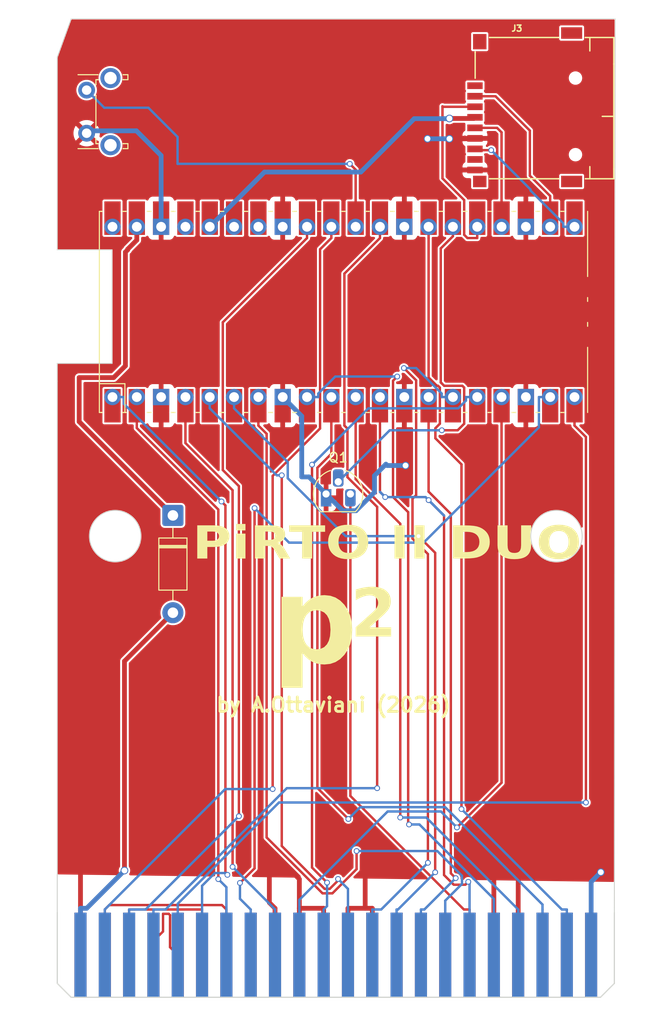
<source format=kicad_pcb>
(kicad_pcb (version 20241229) (generator "pcbnew") (generator_version "9.0")
  (title_block (title "PiRTO II Cart - \"Official Pico\" Edition") (date "2024-07-05") (rev "1git") (company "Andrea Ottaviani/SukkoPera") (comment 1 "https://github.com/SukkoPera/PiRTOII-OP") (comment 2 "Original project: https://github.com/aotta/PiRTOII"))
  (layers (0 "F.Cu" signal) (2 "B.Cu" signal) (5 "F.SilkS" user "F.Silkscreen") (7 "B.SilkS" user "B.Silkscreen") (1 "F.Mask" user) (3 "B.Mask" user) (25 "Edge.Cuts" user))
  (net 0 "")
  (net 1 "+5V")
  (net 2 "GND")
  (net 3 "~{msync'}")
  (net 4 "d7'")
  (net 5 "d8'")
  (net 6 "d6'")
  (net 7 "d9'")
  (net 8 "d5'")
  (net 9 "d10'")
  (net 10 "d4'")
  (net 11 "d11'")
  (net 12 "d3'")
  (net 13 "d12'")
  (net 14 "d13'")
  (net 15 "d2'")
  (net 16 "d14'")
  (net 17 "d1'")
  (net 18 "d0'")
  (net 19 "d15'")
  (net 20 "bdir'")
  (net 21 "bc2'")
  (net 22 "bc1'")
  (net 23 "Net-(CN1-BC1_IN)")
  (net 24 "Net-(D1-K)")
  (net 27 "Net-(CN1-BDIR_IN)")
  (net 30 "rst_inty'")
  (net 31 "Net-(CN1-BC2_IN)")
  (net 32 "reset_inty_out")
  (net 33 "~{RESET_PICO}")
  (net 34 "CS")
  (net 35 "MISO")
  (net 41 "SCK")
  (net 42 "MOSI")
  (net 46 "+3.3V")
  (footprint "Diode_THT:D_DO-41_SOD81_P10.16mm_Horizontal" (layer "F.Cu") (at 102.05 127.84 -90)
    (property "Reference" "D1" (hide yes))
    (property "Value" "1n5819" (hide yes))
  )
  (footprint "MCU_RaspberryPi_and_Boards:RPi_Pico_SMD_TH" (layer "F.Cu") (at 119.87 106.59 90)
    (property "Reference" "U1" (hide yes))
    (property "Value" "PICO" (hide yes))
  )
  (footprint "Package_TO_SOT_THT:TO-92L_HandSolder" (layer "F.Cu") (at 118.05 125.6)
    (property "Reference" "Q1")
    (property "Value" "BC547" (hide yes))
  )
  (footprint "Library:J_SD_Card-micro_socket_A" (layer "F.Cu") (at 140.624355 86.185032 -90)
    (property "Reference" "J3")
    (property "Value" "Micro_SD_Card" (hide yes))
  )
  (footprint "Button_Switch_THT:SW_Tactile_SPST_Angled_PTS645Vx83-2LFS" (layer "F.Cu") (at 93.04 87.93 90)
    (property "Reference" "SW1" (hide yes))
    (property "Value" "BTN_RESET_PICO" (hide yes))
  )
  (footprint "PiRTOII:Intellivision_Edge_Connector" (layer "F.Cu") (at 89.972 169.314)
    (property "Reference" "CN1" (hide yes))
    (property "Value" "EDGE_CONN" (hide yes))
    (fp_line (start 0 7.39) (end 0 0) (stroke (width 0.12)) (layer "Edge.Cuts"))
    (fp_line (start 0 7.39) (end 1.45 8.84) (stroke (width 0.12)) (layer "Edge.Cuts"))
    (fp_line (start 56.7414 8.84) (end 1.45 8.84) (stroke (width 0.12)) (layer "Edge.Cuts"))
    (fp_line (start 58.1914 7.39) (end 56.7414 8.84) (stroke (width 0.12)) (layer "Edge.Cuts"))
    (fp_line (start 58.1914 7.39) (end 58.1914 0) (stroke (width 0.12)) (layer "Edge.Cuts"))
  )
  (gr_line (start 89.972 80) (end 91.422 76) (stroke (width 0.1)) (layer "Edge.Cuts"))
  (gr_line (start 89.972 80) (end 89.972 100.1) (stroke (width 0.1)) (layer "Edge.Cuts"))
  (gr_line (start 148.1634 169.314) (end 148.24 76) (stroke (width 0.1)) (layer "Edge.Cuts"))
  (gr_circle (center 96.02066 130) (end 98.70896 130) (stroke (width 0.1)) (fill no) (layer "Edge.Cuts"))
  (gr_line (start 89.972 113.82) (end 89.972 169.314) (stroke (width 0.1)) (layer "Edge.Cuts"))
  (gr_line (start 89.972 100.1) (end 95.7 100.1) (stroke (width 0.1)) (layer "Edge.Cuts"))
  (gr_line (start 95.7 111.97) (end 89.97 111.97) (stroke (width 0.1)) (layer "Edge.Cuts"))
  (gr_line (start 89.97 111.97) (end 89.972 113.82) (stroke (width 0.1)) (layer "Edge.Cuts"))
  (gr_circle (center 142.11474 130) (end 144.80304 130) (stroke (width 0.1)) (fill no) (layer "Edge.Cuts"))
  (gr_line (start 95.7 100.1) (end 95.7 111.97) (stroke (width 0.1)) (layer "Edge.Cuts"))
  (gr_line (start 148.24 76) (end 91.422 76) (stroke (width 0.1)) (layer "Edge.Cuts"))
  (gr_text "PiRTO II DUO" (at 104.08 132.92 0) (layer "F.SilkS") (effects (font (size 3.4 4) (thickness 0.3) (bold yes)) (justify left bottom)))
  (gr_text "by A.Ottaviani (2026)" (at 106.42 148.5 0) (layer "F.SilkS") (effects (font (size 1.5 1.5) (thickness 0.3) (bold yes)) (justify left bottom)))
  (gr_text "2" (at 120.59 141.33 0) (layer "F.SilkS") (effects (font (size 5 5) (thickness 0.3) (bold yes)) (justify left bottom)))
  (gr_text "p" (at 112.34 144.76 0) (layer "F.SilkS") (effects (font (size 9 9) (thickness 0.3) (bold yes)) (justify left bottom)))
  (segment (start 102.05 138) (end 96.9911 143.0589) (width 0.5) (layer "F.Cu") (net 1))
  (segment (start 96.9911 143.0589) (end 96.9911 164.9143) (width 0.5) (layer "F.Cu") (net 1))
  (via (at 96.9911 164.9143) (size 0.8) (drill 0.6) (layers "F.Cu" "B.Cu") (net 1))
  (segment (start 96.9911 164.9143) (end 93.0431 168.8623) (width 0.5) (layer "B.Cu") (net 1))
  (segment (start 93.0431 168.8623) (end 92.3977 168.8623) (width 0.5) (layer "B.Cu") (net 1))
  (segment (start 92.3977 173.734) (end 92.3977 168.8623) (width 0.5) (layer "B.Cu") (net 1))
  (segment (start 135.5777 165.3806) (end 135.5777 173.734) (width 0.5) (layer "F.Cu") (net 2))
  (segment (start 112.1251 168.2697) (end 112.7177 168.8623) (width 0.5) (layer "F.Cu") (net 2))
  (segment (start 131.38 91.77) (end 133.6025 91.77) (width 0.5) (layer "F.Cu") (net 2))
  (segment (start 112.7177 173.734) (end 112.7177 168.8623) (width 0.5) (layer "F.Cu") (net 2))
  (segment (start 126.35 122.63) (end 126.35 122.61) (width 0.5) (layer "F.Cu") (net 2))
  (segment (start 130.935 88.51) (end 133.5625 88.51) (width 0.5) (layer "F.Cu") (net 2))
  (segment (start 92.3977 163.9703) (end 92.3977 173.734) (width 0.5) (layer "F.Cu") (net 2))
  (segment (start 115.2577 165.8124) (end 115.2577 168.8623) (width 0.5) (layer "F.Cu") (net 2))
  (segment (start 122.1347 168.8623) (end 120.3377 168.8623) (width 0.5) (layer "F.Cu") (net 2))
  (segment (start 115.2577 173.734) (end 115.2577 168.8623) (width 0.5) (layer "F.Cu") (net 2))
  (segment (start 91.8939 163.4665) (end 92.3977 163.9703) (width 0.5) (layer "F.Cu") (net 2))
  (segment (start 138.1177 164.5818) (end 138.1177 173.734) (width 0.5) (layer "F.Cu") (net 2))
  (segment (start 117.7977 168.8623) (end 115.2577 168.8623) (width 0.5) (layer "F.Cu") (net 2))
  (segment (start 117.7977 173.734) (end 117.7977 168.8623) (width 0.5) (layer "F.Cu") (net 2))
  (segment (start 131.28 91.67) (end 131.38 91.77) (width 0.5) (layer "F.Cu") (net 2))
  (segment (start 126.35 122.61) (end 126.22 122.48) (width 0.5) (layer "F.Cu") (net 2))
  (segment (start 130.935 88.51) (end 131.05 88.625) (width 0.5) (layer "F.Cu") (net 2))
  (segment (start 126.22 97.7) (end 126.22 91.05) (width 0.5) (layer "F.Cu") (net 2))
  (segment (start 126.22 91.05) (end 128.65 88.62) (width 0.5) (layer "F.Cu") (net 2))
  (segment (start 120.3377 173.734) (end 120.3377 168.8623) (width 0.5) (layer "F.Cu") (net 2))
  (segment (start 112.1251 165.6163) (end 112.1251 168.2697) (width 0.5) (layer "F.Cu") (net 2))
  (segment (start 132.440013 88.51) (end 132.530045 88.419968) (width 0.5) (layer "F.Cu") (net 2))
  (segment (start 114.2939 164.8486) (end 115.2577 165.8124) (width 0.5) (layer "F.Cu") (net 2))
  (segment (start 126.22 122.48) (end 126.22 115.48) (width 0.5) (layer "F.Cu") (net 2))
  (segment (start 122.1347 168.8623) (end 122.1347 164.8532) (width 0.5) (layer "F.Cu") (net 2))
  (segment (start 128.65 88.62) (end 128.65 88.51) (width 0.5) (layer "F.Cu") (net 2))
  (segment (start 131.05 91.67) (end 131.28 91.67) (width 0.5) (layer "F.Cu") (net 2))
  (segment (start 133.5625 88.51) (end 133.6025 88.47) (width 0.5) (layer "F.Cu") (net 2))
  (segment (start 122.8777 173.734) (end 122.8777 168.8623) (width 0.5) (layer "F.Cu") (net 2))
  (segment (start 131.05 88.625) (end 131.05 91.67) (width 0.5) (layer "F.Cu") (net 2))
  (segment (start 122.8777 168.8623) (end 122.1347 168.8623) (width 0.5) (layer "F.Cu") (net 2))
  (segment (start 138.9081 163.7914) (end 138.1177 164.5818) (width 0.5) (layer "F.Cu") (net 2))
  (via (at 126.35 122.63) (size 0.8) (drill 0.6) (layers "F.Cu" "B.Cu") (net 2))
  (via (at 128.65 88.51) (size 0.8) (drill 0.6) (layers "F.Cu" "B.Cu") (net 2))
  (via (at 146.7487 165.0942) (size 0.8) (drill 0.6) (layers "F.Cu" "B.Cu") (net 2))
  (via (at 130.935 88.51) (size 0.8) (drill 0.6) (layers "F.Cu" "B.Cu") (net 2))
  (segment (start 115.51 117.47) (end 115.51 123.82) (width 0.5) (layer "B.Cu") (net 2))
  (segment (start 121.173338 127.351) (end 123.104 125.420338) (width 0.5) (layer "B.Cu") (net 2))
  (segment (start 118.05 125.6) (end 119.801 127.351) (width 0.5) (layer "B.Cu") (net 2))
  (segment (start 100.82 97.7) (end 100.82 90.26) (width 0.5) (layer "B.Cu") (net 2))
  (segment (start 124.3 122.49) (end 124.44 122.63) (width 0.5) (layer "B.Cu") (net 2))
  (segment (start 123.104 125.420338) (end 123.104 123.686) (width 0.5) (layer "B.Cu") (net 2))
  (segment (start 145.7377 166.1052) (end 145.7377 173.734) (width 0.5) (layer "B.Cu") (net 2))
  (segment (start 123.104 123.686) (end 124.3 122.49) (width 0.5) (layer "B.Cu") (net 2))
  (segment (start 119.801 127.351) (end 121.173338 127.351) (width 0.5) (layer "B.Cu") (net 2))
  (segment (start 116.27 123.82) (end 118.05 125.6) (width 0.5) (layer "B.Cu") (net 2))
  (segment (start 98.239 87.679) (end 93.291 87.679) (width 0.5) (layer "B.Cu") (net 2))
  (segment (start 124.44 122.63) (end 126.35 122.63) (width 0.5) (layer "B.Cu") (net 2))
  (segment (start 93.291 87.679) (end 93.04 87.93) (width 0.5) (layer "B.Cu") (net 2))
  (segment (start 115.51 123.82) (end 116.27 123.82) (width 0.5) (layer "B.Cu") (net 2))
  (segment (start 100.82 90.26) (end 98.239 87.679) (width 0.5) (layer "B.Cu") (net 2))
  (segment (start 146.7487 165.0942) (end 145.7377 166.1052) (width 0.5) (layer "B.Cu") (net 2))
  (segment (start 113.52 115.48) (end 115.51 117.47) (width 0.5) (layer "B.Cu") (net 2))
  (segment (start 128.65 88.51) (end 130.935 88.51) (width 0.5) (layer "B.Cu") (net 2))
  (segment (start 129.9367 114.4946) (end 129.7454 114.3033) (width 0.25) (layer "F.Cu") (net 3))
  (segment (start 132.1945 158.5032) (end 132.1945 122.5098) (width 0.25) (layer "F.Cu") (net 3))
  (segment (start 129.7454 114.3033) (end 129.6284 114.3033) (width 0.25) (layer "F.Cu") (net 3))
  (segment (start 129.9367 118.2654) (end 129.9367 114.4946) (width 0.25) (layer "F.Cu") (net 3))
  (segment (start 128.76 113.4349) (end 128.76 98.8767) (width 0.25) (layer "F.Cu") (net 3))
  (segment (start 129.4695 119.7848) (end 129.4695 118.7326) (width 0.25) (layer "F.Cu") (net 3))
  (segment (start 128.76 97.7) (end 128.76 98.8767) (width 0.25) (layer "F.Cu") (net 3))
  (segment (start 129.4695 118.7326) (end 129.9367 118.2654) (width 0.25) (layer "F.Cu") (net 3))
  (segment (start 132.1945 122.5098) (end 129.4695 119.7848) (width 0.25) (layer "F.Cu") (net 3))
  (segment (start 129.6284 114.3033) (end 128.76 113.4349) (width 0.25) (layer "F.Cu") (net 3))
  (via (at 132.1945 158.5032) (size 0.6) (drill 0.4) (layers "F.Cu" "B.Cu") (net 3))
  (segment (start 143.1977 168.9873) (end 142.6786 168.9873) (width 0.25) (layer "B.Cu") (net 3))
  (segment (start 143.1977 173.734) (end 143.1977 168.9873) (width 0.25) (layer "B.Cu") (net 3))
  (segment (start 142.6786 168.9873) (end 132.1945 158.5032) (width 0.25) (layer "B.Cu") (net 3))
  (segment (start 117.1426 156.2988) (end 117.1426 122.8646) (width 0.25) (layer "F.Cu") (net 4))
  (segment (start 117.1426 122.8646) (end 118.6 121.4072) (width 0.25) (layer "F.Cu") (net 4))
  (segment (start 120.3783 159.5345) (end 117.1426 156.2988) (width 0.25) (layer "F.Cu") (net 4))
  (segment (start 118.6 121.4072) (end 118.6 115.48) (width 0.25) (layer "F.Cu") (net 4))
  (via (at 120.3783 159.5345) (size 0.6) (drill 0.4) (layers "F.Cu" "B.Cu") (net 4))
  (segment (start 121.6104 158.3024) (end 130.4883 158.3024) (width 0.25) (layer "B.Cu") (net 4))
  (segment (start 130.4883 158.3024) (end 140.6577 168.4718) (width 0.25) (layer "B.Cu") (net 4))
  (segment (start 140.6577 173.734) (end 140.6577 168.9873) (width 0.25) (layer "B.Cu") (net 4))
  (segment (start 140.6577 168.4718) (end 140.6577 168.9873) (width 0.25) (layer "B.Cu") (net 4))
  (segment (start 120.3783 159.5345) (end 121.6104 158.3024) (width 0.25) (layer "B.Cu") (net 4))
  (segment (start 125.7997 159.385) (end 125.7997 128.7108) (width 0.25) (layer "F.Cu") (net 5))
  (segment (start 121.14 124.0511) (end 121.14 115.48) (width 0.25) (layer "F.Cu") (net 5))
  (segment (start 125.7997 128.7108) (end 121.14 124.0511) (width 0.25) (layer "F.Cu") (net 5))
  (via (at 125.7997 159.385) (size 0.6) (drill 0.4) (layers "F.Cu" "B.Cu") (net 5))
  (segment (start 138.1177 168.9873) (end 128.5154 159.385) (width 0.25) (layer "B.Cu") (net 5))
  (segment (start 138.1177 173.734) (end 138.1177 168.9873) (width 0.25) (layer "B.Cu") (net 5))
  (segment (start 128.5154 159.385) (end 125.7997 159.385) (width 0.25) (layer "B.Cu") (net 5))
  (segment (start 125.4825 113.3357) (end 125.0433 113.7749) (width 0.25) (layer "F.Cu") (net 6))
  (segment (start 125.0433 125.9155) (end 126.6269 127.4991) (width 0.25) (layer "F.Cu") (net 6))
  (segment (start 126.6269 160.0193) (end 126.7164 160.1088) (width 0.25) (layer "F.Cu") (net 6))
  (segment (start 126.6269 127.4991) (end 126.6269 160.0193) (width 0.25) (layer "F.Cu") (net 6))
  (segment (start 125.0433 113.7749) (end 125.0433 125.9155) (width 0.25) (layer "F.Cu") (net 6))
  (via (at 125.4825 113.3357) (size 0.6) (drill 0.4) (layers "F.Cu" "B.Cu") (net 6))
  (via (at 126.7164 160.1088) (size 0.6) (drill 0.4) (layers "F.Cu" "B.Cu") (net 6))
  (segment (start 127.8019 160.1088) (end 126.7164 160.1088) (width 0.25) (layer "B.Cu") (net 6))
  (segment (start 116.06 115.48) (end 117.2367 115.48) (width 0.25) (layer "B.Cu") (net 6))
  (segment (start 117.2367 115.1123) (end 117.2367 115.48) (width 0.25) (layer "B.Cu") (net 6))
  (segment (start 119.0133 113.3357) (end 117.2367 115.1123) (width 0.25) (layer "B.Cu") (net 6))
  (segment (start 135.5777 173.734) (end 135.5777 167.8846) (width 0.25) (layer "B.Cu") (net 6))
  (segment (start 125.4825 113.3357) (end 119.0133 113.3357) (width 0.25) (layer "B.Cu") (net 6))
  (segment (start 135.5777 167.8846) (end 127.8019 160.1088) (width 0.25) (layer "B.Cu") (net 6))
  (segment (start 123.68 125.3788) (end 124.2254 125.9242) (width 0.25) (layer "F.Cu") (net 7))
  (segment (start 128.7619 126.245) (end 130.3737 127.8568) (width 0.25) (layer "F.Cu") (net 7))
  (segment (start 130.3737 165.3872) (end 131.3854 166.3989) (width 0.25) (layer "F.Cu") (net 7))
  (segment (start 128.7619 126.245) (end 130.3737 127.8568) (width 0.25) (layer "F.Cu") (net 7))
  (segment (start 124.2254 125.9242) (end 123.68 125.3788) (width 0.25) (layer "F.Cu") (net 7))
  (segment (start 131.3854 166.3989) (end 132.6025 166.3989) (width 0.25) (layer "F.Cu") (net 7))
  (segment (start 130.3737 127.8568) (end 128.7619 126.245) (width 0.25) (layer "F.Cu") (net 7))
  (segment (start 124.2254 125.9242) (end 123.68 125.3788) (width 0.25) (layer "F.Cu") (net 7))
  (segment (start 130.3737 127.8568) (end 130.3737 165.3872) (width 0.25) (layer "F.Cu") (net 7))
  (segment (start 132.6025 166.3989) (end 132.9041 166.0973) (width 0.25) (layer "F.Cu") (net 7))
  (segment (start 123.68 125.3788) (end 123.68 115.48) (width 0.25) (layer "F.Cu") (net 7))
  (via (at 128.7619 126.245) (size 0.6) (drill 0.4) (layers "F.Cu" "B.Cu") (net 7))
  (via (at 124.2254 125.9242) (size 0.6) (drill 0.4) (layers "F.Cu" "B.Cu") (net 7))
  (via (at 132.9041 166.0973) (size 0.6) (drill 0.4) (layers "F.Cu" "B.Cu") (net 7))
  (segment (start 130.3737 127.8568) (end 128.7619 126.245) (width 0.25) (layer "B.Cu") (net 7))
  (segment (start 133.0377 166.2308) (end 133.0377 173.734) (width 0.25) (layer "B.Cu") (net 7))
  (segment (start 132.9041 166.0973) (end 133.0376 166.2308) (width 0.25) (layer "B.Cu") (net 7))
  (segment (start 128.4411 125.9242) (end 124.2254 125.9242) (width 0.25) (layer "B.Cu") (net 7))
  (segment (start 128.7619 126.245) (end 130.3737 127.8568) (width 0.25) (layer "B.Cu") (net 7))
  (segment (start 123.68 125.3788) (end 124.2254 125.9242) (width 0.25) (layer "B.Cu") (net 7))
  (segment (start 133.0376 166.2308) (end 133.0377 166.2308) (width 0.25) (layer "B.Cu") (net 7))
  (segment (start 128.7619 126.245) (end 128.4411 125.9242) (width 0.25) (layer "B.Cu") (net 7))
  (segment (start 124.2254 125.9242) (end 123.68 125.3788) (width 0.25) (layer "B.Cu") (net 7))
  (segment (start 118.7118 167.3) (end 121.2387 164.7731) (width 0.25) (layer "F.Cu") (net 8))
  (segment (start 111.8414 119.3181) (end 111.8414 161.4624) (width 0.25) (layer "F.Cu") (net 8))
  (segment (start 111.8414 161.4624) (end 117.679 167.3) (width 0.25) (layer "F.Cu") (net 8))
  (segment (start 110.98 118.4567) (end 111.8414 119.3181) (width 0.25) (layer "F.Cu") (net 8))
  (segment (start 110.98 115.48) (end 110.98 118.4567) (width 0.25) (layer "F.Cu") (net 8))
  (segment (start 117.679 167.3) (end 118.7118 167.3) (width 0.25) (layer "F.Cu") (net 8))
  (segment (start 121.2387 164.7731) (end 121.2387 162.8831) (width 0.25) (layer "F.Cu") (net 8))
  (via (at 121.2387 162.8831) (size 0.6) (drill 0.4) (layers "F.Cu" "B.Cu") (net 8))
  (segment (start 130.4977 168.0649) (end 130.4977 173.734) (width 0.25) (layer "B.Cu") (net 8))
  (segment (start 132.2466 165.4605) (end 132.2466 166.316) (width 0.25) (layer "B.Cu") (net 8))
  (segment (start 129.6692 162.8831) (end 132.2466 165.4605) (width 0.25) (layer "B.Cu") (net 8))
  (segment (start 132.2466 166.316) (end 130.4977 168.0649) (width 0.25) (layer "B.Cu") (net 8))
  (segment (start 121.2387 162.8831) (end 129.6692 162.8831) (width 0.25) (layer "B.Cu") (net 8))
  (segment (start 128.76 125.3568) (end 128.76 115.48) (width 0.25) (layer "F.Cu") (net 9))
  (segment (start 131.5879 165.7149) (end 131.0804 165.2074) (width 0.25) (layer "F.Cu") (net 9))
  (segment (start 131.0804 165.2074) (end 131.0804 127.6772) (width 0.25) (layer "F.Cu") (net 9))
  (segment (start 131.0804 127.6772) (end 128.76 125.3568) (width 0.25) (layer "F.Cu") (net 9))
  (via (at 131.5879 165.7149) (size 0.6) (drill 0.4) (layers "F.Cu" "B.Cu") (net 9))
  (segment (start 127.9577 168.9873) (end 128.3155 168.9873) (width 0.25) (layer "B.Cu") (net 9))
  (segment (start 127.9577 173.734) (end 127.9577 168.9873) (width 0.25) (layer "B.Cu") (net 9))
  (segment (start 128.3155 168.9873) (end 131.5879 165.7149) (width 0.25) (layer "B.Cu") (net 9))
  (segment (start 129.4484 131.7445) (end 129.4484 165.1019) (width 0.25) (layer "F.Cu") (net 10))
  (segment (start 127.7053 130.0014) (end 129.4484 131.7445) (width 0.25) (layer "F.Cu") (net 10))
  (via (at 129.4484 165.1019) (size 0.6) (drill 0.4) (layers "F.Cu" "B.Cu") (net 10))
  (via (at 127.7053 130.0014) (size 0.6) (drill 0.4) (layers "F.Cu" "B.Cu") (net 10))
  (segment (start 108.44 115.48) (end 108.44 116.6567) (width 0.25) (layer "B.Cu") (net 10))
  (segment (start 125.4177 173.734) (end 125.4177 168.9873) (width 0.25) (layer "B.Cu") (net 10))
  (segment (start 129.4484 165.1019) (end 125.563 168.9873) (width 0.25) (layer "B.Cu") (net 10))
  (segment (start 114.0474 122.2641) (end 108.44 116.6567) (width 0.25) (layer "B.Cu") (net 10))
  (segment (start 120.0942 130.0014) (end 114.0474 123.9546) (width 0.25) (layer "B.Cu") (net 10))
  (segment (start 125.563 168.9873) (end 125.4177 168.9873) (width 0.25) (layer "B.Cu") (net 10))
  (segment (start 127.7053 130.0014) (end 120.0942 130.0014) (width 0.25) (layer "B.Cu") (net 10))
  (segment (start 114.0474 123.9546) (end 114.0474 122.2641) (width 0.25) (layer "B.Cu") (net 10))
  (segment (start 127.0786 130.2609) (end 128.6876 131.8699) (width 0.25) (layer "F.Cu") (net 11))
  (segment (start 128.6876 131.8699) (end 128.6876 164.1069) (width 0.25) (layer "F.Cu") (net 11))
  (segment (start 126.1828 112.455) (end 127.4602 113.7324) (width 0.25) (layer "F.Cu") (net 11))
  (segment (start 127.4602 113.7324) (end 127.4602 125.7183) (width 0.25) (layer "F.Cu") (net 11))
  (segment (start 127.4602 125.7183) (end 127.0786 126.0999) (width 0.25) (layer "F.Cu") (net 11))
  (segment (start 127.0786 126.0999) (end 127.0786 130.2609) (width 0.25) (layer "F.Cu") (net 11))
  (via (at 128.6876 164.1069) (size 0.6) (drill 0.4) (layers "F.Cu" "B.Cu") (net 11))
  (via (at 126.1828 112.455) (size 0.6) (drill 0.4) (layers "F.Cu" "B.Cu") (net 11))
  (segment (start 127.466 112.455) (end 126.1828 112.455) (width 0.25) (layer "B.Cu") (net 11))
  (segment (start 122.8777 173.734) (end 122.8777 168.9873) (width 0.25) (layer "B.Cu") (net 11))
  (segment (start 128.6876 164.1069) (end 123.8072 168.9873) (width 0.25) (layer "B.Cu") (net 11))
  (segment (start 123.8072 168.9873) (end 122.8777 168.9873) (width 0.25) (layer "B.Cu") (net 11))
  (segment (start 131.3 115.48) (end 130.1233 115.48) (width 0.25) (layer "B.Cu") (net 11))
  (segment (start 130.1233 115.48) (end 130.1233 115.1123) (width 0.25) (layer "B.Cu") (net 11))
  (segment (start 130.1233 115.1123) (end 127.466 112.455) (width 0.25) (layer "B.Cu") (net 11))
  (segment (start 119.3033 165.9582) (end 118.4317 166.8298) (width 0.25) (layer "F.Cu") (net 12))
  (segment (start 113.4207 162.3545) (end 113.4207 123.6486) (width 0.25) (layer "F.Cu") (net 12))
  (segment (start 118.4317 166.8298) (end 117.896 166.8298) (width 0.25) (layer "F.Cu") (net 12))
  (segment (start 117.896 166.8298) (end 113.4207 162.3545) (width 0.25) (layer "F.Cu") (net 12))
  (segment (start 119.3033 165.8012) (end 119.3033 165.9582) (width 0.25) (layer "F.Cu") (net 12))
  (via (at 113.4207 123.6486) (size 0.6) (drill 0.4) (layers "F.Cu" "B.Cu") (net 12))
  (via (at 119.3033 165.8012) (size 0.6) (drill 0.4) (layers "F.Cu" "B.Cu") (net 12))
  (segment (start 120.3377 173.734) (end 120.3377 166.8356) (width 0.25) (layer "B.Cu") (net 12))
  (segment (start 105.9 115.48) (end 105.9 116.6567) (width 0.25) (layer "B.Cu") (net 12))
  (segment (start 112.8919 123.6486) (end 105.9 116.6567) (width 0.25) (layer "B.Cu") (net 12))
  (segment (start 113.4207 123.6486) (end 112.8919 123.6486) (width 0.25) (layer "B.Cu") (net 12))
  (segment (start 120.3377 166.8356) (end 119.3033 165.8012) (width 0.25) (layer "B.Cu") (net 12))
  (segment (start 116.583 164.6078) (end 116.583 122.5379) (width 0.25) (layer "F.Cu") (net 13))
  (segment (start 118.1536 166.1784) (end 116.583 164.6078) (width 0.25) (layer "F.Cu") (net 13))
  (via (at 116.583 122.5379) (size 0.6) (drill 0.4) (layers "F.Cu" "B.Cu") (net 13))
  (via (at 118.1536 166.1784) (size 0.6) (drill 0.4) (layers "F.Cu" "B.Cu") (net 13))
  (segment (start 122.4642 116.6567) (end 116.583 122.5379) (width 0.25) (layer "B.Cu") (net 13))
  (segment (start 117.7977 173.734) (end 117.7977 168.9873) (width 0.25) (layer "B.Cu") (net 13))
  (segment (start 118.1536 166.1784) (end 118.1536 168.6314) (width 0.25) (layer "B.Cu") (net 13))
  (segment (start 132.6633 115.8478) (end 131.8544 116.6567) (width 0.25) (layer "B.Cu") (net 13))
  (segment (start 133.84 115.48) (end 132.6633 115.48) (width 0.25) (layer "B.Cu") (net 13))
  (segment (start 132.6633 115.48) (end 132.6633 115.8478) (width 0.25) (layer "B.Cu") (net 13))
  (segment (start 118.1536 168.6314) (end 117.7977 168.9873) (width 0.25) (layer "B.Cu") (net 13))
  (segment (start 131.8544 116.6567) (end 122.4642 116.6567) (width 0.25) (layer "B.Cu") (net 13))
  (segment (start 131.715 160.4176) (end 136.38 155.7526) (width 0.25) (layer "F.Cu") (net 14))
  (segment (start 136.38 155.7526) (end 136.38 115.48) (width 0.25) (layer "F.Cu") (net 14))
  (via (at 131.715 160.4176) (size 0.6) (drill 0.4) (layers "F.Cu" "B.Cu") (net 14))
  (segment (start 115.2577 173.734) (end 115.2577 168.9873) (width 0.25) (layer "B.Cu") (net 14))
  (segment (start 130.0515 158.7541) (end 124.4815 158.7541) (width 0.25) (layer "B.Cu") (net 14))
  (segment (start 124.4815 158.7541) (end 115.2577 167.9779) (width 0.25) (layer "B.Cu") (net 14))
  (segment (start 131.715 160.4176) (end 130.0515 158.7541) (width 0.25) (layer "B.Cu") (net 14))
  (segment (start 115.2577 167.9779) (end 115.2577 168.9873) (width 0.25) (layer "B.Cu") (net 14))
  (segment (start 108.2846 164.533) (end 108.2846 125.2064) (width 0.25) (layer "F.Cu") (net 15))
  (segment (start 108.2846 125.2064) (end 103.36 120.2818) (width 0.25) (layer "F.Cu") (net 15))
  (segment (start 103.36 120.2818) (end 103.36 115.48) (width 0.25) (layer "F.Cu") (net 15))
  (via (at 108.2846 164.533) (size 0.6) (drill 0.4) (layers "F.Cu" "B.Cu") (net 15))
  (segment (start 112.7177 173.734) (end 112.7177 168.9661) (width 0.25) (layer "B.Cu") (net 15))
  (segment (start 112.7177 168.9661) (end 108.2846 164.533) (width 0.25) (layer "B.Cu") (net 15))
  (segment (start 110.5805 164.689) (end 109.0548 166.2147) (width 0.25) (layer "F.Cu") (net 16))
  (segment (start 110.5805 127.077) (end 110.5805 164.689) (width 0.25) (layer "F.Cu") (net 16))
  (via (at 109.0548 166.2147) (size 0.6) (drill 0.4) (layers "F.Cu" "B.Cu") (net 16))
  (via (at 110.5805 127.077) (size 0.6) (drill 0.4) (layers "F.Cu" "B.Cu") (net 16))
  (segment (start 128.2436 130.6802) (end 140.2833 118.6405) (width 0.25) (layer "B.Cu") (net 16))
  (segment (start 110.5805 127.077) (end 114.1837 130.6802) (width 0.25) (layer "B.Cu") (net 16))
  (segment (start 110.1777 173.734) (end 110.1777 168.9873) (width 0.25) (layer "B.Cu") (net 16))
  (segment (start 114.1837 130.6802) (end 128.2436 130.6802) (width 0.25) (layer "B.Cu") (net 16))
  (segment (start 109.0548 166.2147) (end 109.0548 167.8644) (width 0.25) (layer "B.Cu") (net 16))
  (segment (start 109.0548 167.8644) (end 110.1777 168.9873) (width 0.25) (layer "B.Cu") (net 16))
  (segment (start 140.2833 118.6405) (end 140.2833 115.48) (width 0.25) (layer "B.Cu") (net 16))
  (segment (start 141.46 115.48) (end 140.2833 115.48) (width 0.25) (layer "B.Cu") (net 16))
  (segment (start 98.28 118.7115) (end 98.28 115.48) (width 0.25) (layer "F.Cu") (net 17))
  (segment (start 106.7944 165.8184) (end 106.7944 127.2259) (width 0.25) (layer "F.Cu") (net 17))
  (segment (start 106.7944 127.2259) (end 98.28 118.7115) (width 0.25) (layer "F.Cu") (net 17))
  (via (at 106.7944 165.8184) (size 0.6) (drill 0.4) (layers "F.Cu" "B.Cu") (net 17))
  (segment (start 107.6377 173.734) (end 107.6377 166.6617) (width 0.25) (layer "B.Cu") (net 17))
  (segment (start 107.6377 166.6617) (end 106.7944 165.8184) (width 0.25) (layer "B.Cu") (net 17))
  (segment (start 107.1271 126.3853) (end 107.536 126.7942) (width 0.25) (layer "F.Cu") (net 18))
  (segment (start 107.536 165.1582) (end 107.7447 165.3669) (width 0.25) (layer "F.Cu") (net 18))
  (segment (start 107.536 126.7942) (end 107.536 165.1582) (width 0.25) (layer "F.Cu") (net 18))
  (via (at 107.7447 165.3669) (size 0.6) (drill 0.4) (layers "F.Cu" "B.Cu") (net 18))
  (via (at 107.1271 126.3853) (size 0.6) (drill 0.4) (layers "F.Cu" "B.Cu") (net 18))
  (segment (start 107.5567 165.1789) (end 106.4297 165.1789) (width 0.25) (layer "B.Cu") (net 18))
  (segment (start 96.9167 116.1749) (end 107.1271 126.3853) (width 0.25) (layer "B.Cu") (net 18))
  (segment (start 105.0977 166.5109) (end 105.0977 168.9873) (width 0.25) (layer "B.Cu") (net 18))
  (segment (start 96.9167 115.48) (end 96.9167 116.1749) (width 0.25) (layer "B.Cu") (net 18))
  (segment (start 105.0977 173.734) (end 105.0977 168.9873) (width 0.25) (layer "B.Cu") (net 18))
  (segment (start 106.4297 165.1789) (end 105.0977 166.5109) (width 0.25) (layer "B.Cu") (net 18))
  (segment (start 107.7447 165.3669) (end 107.5567 165.1789) (width 0.25) (layer "B.Cu") (net 18))
  (segment (start 95.74 115.48) (end 96.9167 115.48) (width 0.25) (layer "B.Cu") (net 18))
  (segment (start 145.1927 119.6494) (end 145.1927 157.8148) (width 0.25) (layer "F.Cu") (net 19))
  (segment (start 144 115.48) (end 144 118.4567) (width 0.25) (layer "F.Cu") (net 19))
  (segment (start 144 118.4567) (end 145.1927 119.6494) (width 0.25) (layer "F.Cu") (net 19))
  (via (at 145.1927 157.8148) (size 0.6) (drill 0.4) (layers "F.Cu" "B.Cu") (net 19))
  (segment (start 102.5577 168.3879) (end 113.1308 157.8148) (width 0.25) (layer "B.Cu") (net 19))
  (segment (start 102.5577 168.9873) (end 102.5577 168.3879) (width 0.25) (layer "B.Cu") (net 19))
  (segment (start 113.1308 157.8148) (end 145.1927 157.8148) (width 0.25) (layer "B.Cu") (net 19))
  (segment (start 102.5577 173.734) (end 102.5577 168.9873) (width 0.25) (layer "B.Cu") (net 19))
  (segment (start 123.68 98.8767) (end 119.9633 102.5934) (width 0.25) (layer "F.Cu") (net 20))
  (segment (start 123.3859 126.948) (end 123.3859 156.321) (width 0.25) (layer "F.Cu") (net 20))
  (segment (start 119.9633 118.4537) (end 120.2838 118.7742) (width 0.25) (layer "F.Cu") (net 20))
  (segment (start 119.9633 102.5934) (end 119.9633 118.4537) (width 0.25) (layer "F.Cu") (net 20))
  (segment (start 123.68 97.7) (end 123.68 98.8767) (width 0.25) (layer "F.Cu") (net 20))
  (segment (start 120.2838 118.7742) (end 120.2838 123.8459) (width 0.25) (layer "F.Cu") (net 20))
  (segment (start 120.2838 123.8459) (end 123.3859 126.948) (width 0.25) (layer "F.Cu") (net 20))
  (via (at 123.3859 156.321) (size 0.6) (drill 0.4) (layers "F.Cu" "B.Cu") (net 20))
  (segment (start 100.0177 173.734) (end 100.0177 168.9873) (width 0.25) (layer "B.Cu") (net 20))
  (segment (start 113.9479 156.321) (end 101.2816 168.9873) (width 0.25) (layer "B.Cu") (net 20))
  (segment (start 101.2816 168.9873) (end 100.0177 168.9873) (width 0.25) (layer "B.Cu") (net 20))
  (segment (start 123.3859 156.321) (end 113.9479 156.321) (width 0.25) (layer "B.Cu") (net 20))
  (segment (start 116.06 97.7) (end 116.06 98.8767) (width 0.25) (layer "F.Cu") (net 21))
  (segment (start 107.2633 123.0997) (end 108.9447 124.7811) (width 0.25) (layer "F.Cu") (net 21))
  (segment (start 107.2633 107.6734) (end 107.2633 123.0997) (width 0.25) (layer "F.Cu") (net 21))
  (segment (start 116.06 98.8767) (end 107.2633 107.6734) (width 0.25) (layer "F.Cu") (net 21))
  (segment (start 108.9447 124.7811) (end 108.9447 159.2433) (width 0.25) (layer "F.Cu") (net 21))
  (via (at 108.9447 159.2433) (size 0.6) (drill 0.4) (layers "F.Cu" "B.Cu") (net 21))
  (segment (start 99.2007 168.9873) (end 97.4777 168.9873) (width 0.25) (layer "B.Cu") (net 21))
  (segment (start 97.4777 173.734) (end 97.4777 168.9873) (width 0.25) (layer "B.Cu") (net 21))
  (segment (start 108.9447 159.2433) (end 99.2007 168.9873) (width 0.25) (layer "B.Cu") (net 21))
  (segment (start 118.6 97.7) (end 118.6 98.8767) (width 0.25) (layer "F.Cu") (net 22))
  (segment (start 117.4233 100.0534) (end 117.4233 118.7598) (width 0.25) (layer "F.Cu") (net 22))
  (segment (start 117.4233 118.7598) (end 112.4712 123.7119) (width 0.25) (layer "F.Cu") (net 22))
  (segment (start 118.6 98.8767) (end 117.4233 100.0534) (width 0.25) (layer "F.Cu") (net 22))
  (segment (start 112.4712 123.7119) (end 112.4712 156.4111) (width 0.25) (layer "F.Cu") (net 22))
  (via (at 112.4712 156.4111) (size 0.6) (drill 0.4) (layers "F.Cu" "B.Cu") (net 22))
  (segment (start 94.9377 168.9873) (end 107.5139 156.4111) (width 0.25) (layer "B.Cu") (net 22))
  (segment (start 107.5139 156.4111) (end 112.4712 156.4111) (width 0.25) (layer "B.Cu") (net 22))
  (segment (start 94.9377 173.734) (end 94.9377 168.9873) (width 0.25) (layer "B.Cu") (net 22))
  (segment (start 107.1757 168.5253) (end 107.6377 168.9873) (width 0.25) (layer "F.Cu") (net 23))
  (segment (start 107.6377 173.734) (end 107.6377 168.9873) (width 0.25) (layer "F.Cu") (net 23))
  (segment (start 94.9377 168.9873) (end 95.3997 168.5253) (width 0.25) (layer "F.Cu") (net 23))
  (segment (start 94.9377 173.734) (end 94.9377 168.9873) (width 0.25) (layer "F.Cu") (net 23))
  (segment (start 95.3997 168.5253) (end 107.1757 168.5253) (width 0.25) (layer "F.Cu") (net 23))
  (segment (start 97.09 100.34) (end 97.33 100.1) (width 0.5) (layer "F.Cu") (net 24))
  (segment (start 95.86 113.45) (end 97.09 112.22) (width 0.5) (layer "F.Cu") (net 24))
  (segment (start 97.33 100.1) (end 97.33 100.04) (width 0.5) (layer "F.Cu") (net 24))
  (segment (start 97.33 100.04) (end 98.28 99.09) (width 0.5) (layer "F.Cu") (net 24))
  (segment (start 102.05 127.84) (end 92.26 118.05) (width 0.5) (layer "F.Cu") (net 24))
  (segment (start 97.09 112.22) (end 97.09 100.34) (width 0.5) (layer "F.Cu") (net 24))
  (segment (start 92.26 113.45) (end 95.86 113.45) (width 0.5) (layer "F.Cu") (net 24))
  (segment (start 92.26 118.05) (end 92.26 113.45) (width 0.5) (layer "F.Cu") (net 24))
  (segment (start 98.28 99.09) (end 98.28 97.7) (width 0.5) (layer "F.Cu") (net 24))
  (segment (start 100.0177 172.2823) (end 101.02 171.28) (width 0.25) (layer "F.Cu") (net 27))
  (segment (start 101.75 172.9263) (end 102.5577 173.734) (width 0.25) (layer "F.Cu") (net 27))
  (segment (start 101.6183 169.4383) (end 101.75 169.57) (width 0.25) (layer "F.Cu") (net 27))
  (segment (start 100.0177 173.734) (end 100.0177 172.2823) (width 0.25) (layer "F.Cu") (net 27))
  (segment (start 101.02 169.4383) (end 101.6183 169.4383) (width 0.25) (layer "F.Cu") (net 27))
  (segment (start 101.75 169.57) (end 101.75 172.9263) (width 0.25) (layer "F.Cu") (net 27))
  (segment (start 101.02 171.28) (end 101.02 169.4383) (width 0.25) (layer "F.Cu") (net 27))
  (segment (start 120.59 125.6) (end 120.59 157.1318) (width 0.25) (layer "F.Cu") (net 30))
  (segment (start 120.59 157.1318) (end 132.4455 168.9873) (width 0.25) (layer "F.Cu") (net 30))
  (segment (start 132.4455 168.9873) (end 133.0377 168.9873) (width 0.25) (layer "F.Cu") (net 30))
  (segment (start 133.0377 173.734) (end 133.0377 168.9873) (width 0.25) (layer "F.Cu") (net 30))
  (segment (start 105.0977 173.734) (end 105.0977 168.9873) (width 0.25) (layer "F.Cu") (net 31))
  (segment (start 97.4777 168.9873) (end 105.0977 168.9873) (width 0.25) (layer "F.Cu") (net 31))
  (segment (start 97.4777 173.734) (end 97.4777 168.9873) (width 0.25) (layer "F.Cu") (net 31))
  (segment (start 131.7931 118.949) (end 132.4767 118.2654) (width 0.25) (layer "F.Cu") (net 32))
  (segment (start 130.1238 114.0429) (end 130.03 113.9491) (width 0.25) (layer "F.Cu") (net 32))
  (segment (start 130.03 99.9596) (end 131.3 98.6896) (width 0.25) (layer "F.Cu") (net 32))
  (segment (start 130.3842 114.3033) (end 130.1238 114.0429) (width 0.25) (layer "F.Cu") (net 32))
  (segment (start 130.1238 114.0429) (end 130.03 113.9491) (width 0.25) (layer "F.Cu") (net 32))
  (segment (start 130.03 113.9491) (end 130.03 99.9596) (width 0.25) (layer "F.Cu") (net 32))
  (segment (start 131.3 97.7) (end 131.3 98.6896) (width 0.25) (layer "F.Cu") (net 32))
  (segment (start 132.4767 114.4946) (end 132.2854 114.3033) (width 0.25) (layer "F.Cu") (net 32))
  (segment (start 130.1397 118.949) (end 131.7931 118.949) (width 0.25) (layer "F.Cu") (net 32))
  (segment (start 132.2854 114.3033) (end 130.3842 114.3033) (width 0.25) (layer "F.Cu") (net 32))
  (segment (start 132.4767 118.2654) (end 132.4767 114.4946) (width 0.25) (layer "F.Cu") (net 32))
  (via (at 130.1397 118.949) (size 0.6) (drill 0.4) (layers "F.Cu" "B.Cu") (net 32))
  (segment (start 119.32 124.33) (end 124.701 118.949) (width 0.25) (layer "B.Cu") (net 32))
  (segment (start 124.701 118.949) (end 130.1397 118.949) (width 0.25) (layer "B.Cu") (net 32))
  (segment (start 120.5278 91.1281) (end 121.14 91.7403) (width 0.25) (layer "F.Cu") (net 33))
  (segment (start 121.14 91.7403) (end 121.14 97.7) (width 0.25) (layer "F.Cu") (net 33))
  (via (at 120.5278 91.1281) (size 0.6) (drill 0.4) (layers "F.Cu" "B.Cu") (net 33))
  (segment (start 99.49 85.27) (end 94.88 85.27) (width 0.25) (layer "B.Cu") (net 33))
  (segment (start 120.5278 91.1281) (end 102.5381 91.1281) (width 0.25) (layer "B.Cu") (net 33))
  (segment (start 102.5381 88.3181) (end 99.49 85.27) (width 0.25) (layer "B.Cu") (net 33))
  (segment (start 94.88 85.27) (end 93.04 83.43) (width 0.25) (layer "B.Cu") (net 33))
  (segment (start 102.5381 91.1281) (end 102.5381 88.3181) (width 0.25) (layer "B.Cu") (net 33))
  (segment (start 141.46 94.4865) (end 139.3369 92.3634) (width 0.25) (layer "F.Cu") (net 34))
  (segment (start 135.75 84.07) (end 133.6025 84.07) (width 0.25) (layer "F.Cu") (net 34))
  (segment (start 141.46 97.7) (end 141.46 94.4865) (width 0.25) (layer "F.Cu") (net 34))
  (segment (start 139.3369 92.3634) (end 139.3369 87.6569) (width 0.25) (layer "F.Cu") (net 34))
  (segment (start 139.3369 87.6569) (end 135.75 84.07) (width 0.25) (layer "F.Cu") (net 34))
  (segment (start 135.3 89.7) (end 133.7325 89.7) (width 0.25) (layer "F.Cu") (net 35))
  (segment (start 133.7325 89.7) (end 133.6025 89.57) (width 0.25) (layer "F.Cu") (net 35))
  (via (at 135.3 89.7) (size 0.6) (drill 0.4) (layers "F.Cu" "B.Cu") (net 35))
  (segment (start 144 97.7) (end 142.8233 97.7) (width 0.25) (layer "B.Cu") (net 35))
  (segment (start 139.4173 93.9263) (end 139.4173 93.8173) (width 0.25) (layer "B.Cu") (net 35))
  (segment (start 142.8233 97.3323) (end 139.4173 93.9263) (width 0.25) (layer "B.Cu") (net 35))
  (segment (start 139.4173 93.8173) (end 135.3 89.7) (width 0.25) (layer "B.Cu") (net 35))
  (segment (start 142.8233 97.7) (end 142.8233 97.3323) (width 0.25) (layer "B.Cu") (net 35))
  (segment (start 136.38 87.84) (end 135.91 87.37) (width 0.25) (layer "F.Cu") (net 41))
  (segment (start 135.91 87.37) (end 133.6025 87.37) (width 0.25) (layer "F.Cu") (net 41))
  (segment (start 136.38 97.7) (end 136.38 87.84) (width 0.25) (layer "F.Cu") (net 41))
  (segment (start 132.4767 94.9146) (end 130.21 92.6479) (width 0.25) (layer "F.Cu") (net 42))
  (segment (start 130.21 85.12) (end 130.26 85.17) (width 0.25) (layer "F.Cu") (net 42))
  (segment (start 133.84 98.8767) (end 132.8175 98.8767) (width 0.25) (layer "F.Cu") (net 42))
  (segment (start 133.84 97.7) (end 133.84 98.8767) (width 0.25) (layer "F.Cu") (net 42))
  (segment (start 130.26 85.17) (end 133.6025 85.17) (width 0.25) (layer "F.Cu") (net 42))
  (segment (start 132.4767 98.5359) (end 132.4767 94.9146) (width 0.25) (layer "F.Cu") (net 42))
  (segment (start 132.8175 98.8767) (end 132.4767 98.5359) (width 0.25) (layer "F.Cu") (net 42))
  (segment (start 130.21 92.6479) (end 130.21 85.12) (width 0.25) (layer "F.Cu") (net 42))
  (segment (start 133.4825 86.39) (end 133.6025 86.27) (width 0.5) (layer "F.Cu") (net 46))
  (segment (start 130.935 86.39) (end 133.4825 86.39) (width 0.5) (layer "F.Cu") (net 46))
  (via (at 130.935 86.39) (size 0.8) (drill 0.6) (layers "F.Cu" "B.Cu") (net 46))
  (segment (start 121.6858 91.9842) (end 111.6158 91.9842) (width 0.5) (layer "B.Cu") (net 46))
  (segment (start 127.26 86.41) (end 121.6858 91.9842) (width 0.5) (layer "B.Cu") (net 46))
  (segment (start 130.915 86.41) (end 130.935 86.39) (width 0.5) (layer "B.Cu") (net 46))
  (segment (start 127.26 86.41) (end 130.915 86.41) (width 0.5) (layer "B.Cu") (net 46))
  (segment (start 111.6158 91.9842) (end 105.9 97.7) (width 0.5) (layer "B.Cu") (net 46))
  (zone (net 2) (net_name "GND") (layer "F.Cu") (connect_pads (clearance 0)) (min_thickness 0.25) (fill yes (thermal_gap 0.5) (thermal_bridge_width 0.5))
    (polygon (pts (xy 84.16 74.84) (xy 151.6 74.02) (xy 152.5 166.17) (xy 83.99 165.24) (xy 84.11 89.43) (xy 84.23 89.43)))
  )
)
</source>
